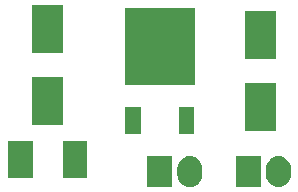
<source format=gbr>
G04 #@! TF.GenerationSoftware,KiCad,Pcbnew,(5.1.5)-3*
G04 #@! TF.CreationDate,2020-04-05T22:27:05+03:00*
G04 #@! TF.ProjectId,3.3V_Besleme,332e3356-5f42-4657-936c-656d652e6b69,rev?*
G04 #@! TF.SameCoordinates,Original*
G04 #@! TF.FileFunction,Soldermask,Top*
G04 #@! TF.FilePolarity,Negative*
%FSLAX46Y46*%
G04 Gerber Fmt 4.6, Leading zero omitted, Abs format (unit mm)*
G04 Created by KiCad (PCBNEW (5.1.5)-3) date 2020-04-05 22:27:05*
%MOMM*%
%LPD*%
G04 APERTURE LIST*
%ADD10C,0.100000*%
G04 APERTURE END LIST*
D10*
G36*
X161746031Y-91214207D02*
G01*
X161944145Y-91274305D01*
X161944148Y-91274306D01*
X162010030Y-91309521D01*
X162126729Y-91371897D01*
X162286765Y-91503235D01*
X162418103Y-91663271D01*
X162418104Y-91663273D01*
X162515694Y-91845851D01*
X162515694Y-91845852D01*
X162515695Y-91845854D01*
X162575793Y-92043968D01*
X162591000Y-92198370D01*
X162591000Y-92801629D01*
X162575793Y-92956031D01*
X162546984Y-93051000D01*
X162515694Y-93154148D01*
X162463940Y-93250974D01*
X162418103Y-93336729D01*
X162286765Y-93496765D01*
X162126729Y-93628103D01*
X162040975Y-93673939D01*
X161944149Y-93725694D01*
X161944146Y-93725695D01*
X161746032Y-93785793D01*
X161540000Y-93806085D01*
X161333969Y-93785793D01*
X161135855Y-93725695D01*
X161135852Y-93725694D01*
X161039026Y-93673939D01*
X160953272Y-93628103D01*
X160793236Y-93496765D01*
X160661898Y-93336729D01*
X160564306Y-93154148D01*
X160564305Y-93154147D01*
X160533016Y-93051000D01*
X160504207Y-92956032D01*
X160489000Y-92801630D01*
X160489000Y-92198371D01*
X160504207Y-92043969D01*
X160564305Y-91845855D01*
X160564306Y-91845852D01*
X160599521Y-91779970D01*
X160661897Y-91663271D01*
X160793235Y-91503235D01*
X160953271Y-91371897D01*
X161039025Y-91326061D01*
X161135851Y-91274306D01*
X161135854Y-91274305D01*
X161333968Y-91214207D01*
X161540000Y-91193915D01*
X161746031Y-91214207D01*
G37*
G36*
X154246031Y-91214207D02*
G01*
X154444145Y-91274305D01*
X154444148Y-91274306D01*
X154510030Y-91309521D01*
X154626729Y-91371897D01*
X154786765Y-91503235D01*
X154918103Y-91663271D01*
X154918104Y-91663273D01*
X155015694Y-91845851D01*
X155015694Y-91845852D01*
X155015695Y-91845854D01*
X155075793Y-92043968D01*
X155091000Y-92198370D01*
X155091000Y-92801629D01*
X155075793Y-92956031D01*
X155046984Y-93051000D01*
X155015694Y-93154148D01*
X154963940Y-93250974D01*
X154918103Y-93336729D01*
X154786765Y-93496765D01*
X154626729Y-93628103D01*
X154540975Y-93673939D01*
X154444149Y-93725694D01*
X154444146Y-93725695D01*
X154246032Y-93785793D01*
X154040000Y-93806085D01*
X153833969Y-93785793D01*
X153635855Y-93725695D01*
X153635852Y-93725694D01*
X153539026Y-93673939D01*
X153453272Y-93628103D01*
X153293236Y-93496765D01*
X153161898Y-93336729D01*
X153064306Y-93154148D01*
X153064305Y-93154147D01*
X153033016Y-93051000D01*
X153004207Y-92956032D01*
X152989000Y-92801630D01*
X152989000Y-92198371D01*
X153004207Y-92043969D01*
X153064305Y-91845855D01*
X153064306Y-91845852D01*
X153099521Y-91779970D01*
X153161897Y-91663271D01*
X153293235Y-91503235D01*
X153453271Y-91371897D01*
X153539025Y-91326061D01*
X153635851Y-91274306D01*
X153635854Y-91274305D01*
X153833968Y-91214207D01*
X154040000Y-91193915D01*
X154246031Y-91214207D01*
G37*
G36*
X160051000Y-93801000D02*
G01*
X157949000Y-93801000D01*
X157949000Y-91199000D01*
X160051000Y-91199000D01*
X160051000Y-93801000D01*
G37*
G36*
X152551000Y-93801000D02*
G01*
X150449000Y-93801000D01*
X150449000Y-91199000D01*
X152551000Y-91199000D01*
X152551000Y-93801000D01*
G37*
G36*
X145376000Y-93051000D02*
G01*
X143274000Y-93051000D01*
X143274000Y-89949000D01*
X145376000Y-89949000D01*
X145376000Y-93051000D01*
G37*
G36*
X140726000Y-93051000D02*
G01*
X138624000Y-93051000D01*
X138624000Y-89949000D01*
X140726000Y-89949000D01*
X140726000Y-93051000D01*
G37*
G36*
X149871000Y-89351000D02*
G01*
X148569000Y-89351000D01*
X148569000Y-87049000D01*
X149871000Y-87049000D01*
X149871000Y-89351000D01*
G37*
G36*
X154431000Y-89351000D02*
G01*
X153129000Y-89351000D01*
X153129000Y-87049000D01*
X154431000Y-87049000D01*
X154431000Y-89351000D01*
G37*
G36*
X161301000Y-89101000D02*
G01*
X158699000Y-89101000D01*
X158699000Y-84999000D01*
X161301000Y-84999000D01*
X161301000Y-89101000D01*
G37*
G36*
X143301000Y-88601000D02*
G01*
X140699000Y-88601000D01*
X140699000Y-84499000D01*
X143301000Y-84499000D01*
X143301000Y-88601000D01*
G37*
G36*
X154451000Y-85151000D02*
G01*
X148549000Y-85151000D01*
X148549000Y-78649000D01*
X154451000Y-78649000D01*
X154451000Y-85151000D01*
G37*
G36*
X161301000Y-83001000D02*
G01*
X158699000Y-83001000D01*
X158699000Y-78899000D01*
X161301000Y-78899000D01*
X161301000Y-83001000D01*
G37*
G36*
X143301000Y-82501000D02*
G01*
X140699000Y-82501000D01*
X140699000Y-78399000D01*
X143301000Y-78399000D01*
X143301000Y-82501000D01*
G37*
M02*

</source>
